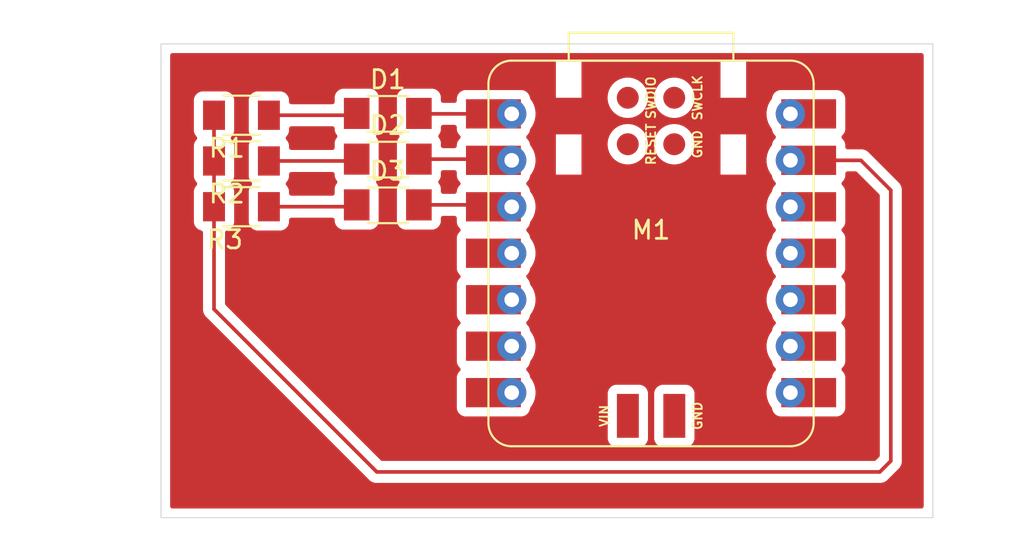
<source format=kicad_pcb>
(kicad_pcb (version 20241229) (generator "pcbnew") (generator_version "9.0")
  (layers (0 "F.Cu" signal) (2 "B.Cu" signal) (13 "F.Paste" user) (15 "B.Paste" user) (5 "F.SilkS" user "F.Silkscreen") (7 "B.SilkS" user "B.Silkscreen") (1 "F.Mask" user) (3 "B.Mask" user) (25 "Edge.Cuts" user))
  (net 0 "")
  (net 1 "Net-(D1-K)")
  (net 2 "Net-(D1-A)")
  (net 3 "Net-(D2-A)")
  (net 4 "Net-(D2-K)")
  (net 5 "Net-(D3-K)")
  (net 6 "Net-(D3-A)")
  (net 19 "GND")
  (net 21 "PWR_5V")
  (footprint "Fab Academy 2025:C_1206" (layer "F.Cu") (at 125.5 77.5 180)
    (property "Reference" "R3" (at 0.9 -1.8 180) (layer "F.SilkS"))
    (property "Value" "R_0603")
    (fp_line (start 1 1.07) (end -1 1.07) (stroke (width 0.12)) (layer "F.SilkS"))
    (fp_line (start -1 -1.07) (end 1 -1.07) (stroke (width 0.12)) (layer "F.SilkS"))
    (pad "1" smd rect (at -1.5 0 180) (size 1.2 1.6) (layers "F.Cu" "F.Mask" "F.Paste") (net 5 "Net-(D3-K)"))
    (pad "2" smd rect (at 1.5 0 180) (size 1.2 1.6) (layers "F.Cu" "F.Mask" "F.Paste") (net 19 "GND"))
  )
  (footprint "Fab Academy 2025:SeeedStudio_XIAO_RP2040" (layer "F.Cu") (at 147.89 80.045)
    (property "Reference" "M1" (at 0 -1.27 0) (layer "F.SilkS"))
    (property "Value" "Module_XIAO-RP2040")
    (fp_line (start -8.8875 9.281) (end -8.8875 -9.261) (stroke (width 0.12)) (layer "F.SilkS"))
    (fp_line (start -7.6175 -10.531) (end 7.6225 -10.531) (stroke (width 0.12)) (layer "F.SilkS"))
    (fp_line (start 7.6225 10.551) (end -7.6175 10.551) (stroke (width 0.12)) (layer "F.SilkS"))
    (fp_line (start 8.8925 -9.261) (end 8.8925 9.281) (stroke (width 0.12)) (layer "F.SilkS"))
    (fp_rect (start -4.4975 -10.531) (end 4.5025 -12.055) (stroke (width 0.12)) (fill no) (layer "F.SilkS"))
    (fp_arc (start -8.8875 -9.261) (mid -8.515526 -10.159026) (end -7.6175 -10.531) (stroke (width 0.12)) (layer "F.SilkS"))
    (fp_arc (start -7.6175 10.551) (mid -8.515526 10.179026) (end -8.8875 9.281) (stroke (width 0.12)) (layer "F.SilkS"))
    (fp_arc (start 7.6225 -10.531) (mid 8.520526 -10.159026) (end 8.8925 -9.261) (stroke (width 0.12)) (layer "F.SilkS"))
    (fp_arc (start 8.8925 9.281) (mid 8.520526 10.179026) (end 7.6225 10.551) (stroke (width 0.12)) (layer "F.SilkS"))
    (fp_text user "SWCLK" (at 2.54 -8.5 90) (layer "F.SilkS") (effects (font (size 0.5 0.5) (thickness 0.1) (bold yes))))
    (fp_text user "GND" (at 2.54 -5.96 90) (layer "F.SilkS") (effects (font (size 0.5 0.5) (thickness 0.1) (bold yes))))
    (fp_text user "RESET" (at 0 -5.96 90) (layer "F.SilkS") (effects (font (size 0.5 0.5) (thickness 0.1) (bold yes))))
    (fp_text user "GND" (at 2.545 8.89 90) (layer "F.SilkS") (effects (font (size 0.5 0.5) (thickness 0.1) (bold yes))))
    (fp_text user "VIN" (at -2.535 8.89 90) (layer "F.SilkS") (effects (font (size 0.5 0.5) (thickness 0.1) (bold yes))))
    (fp_text user "SWDIO" (at 0 -8.5 90) (layer "F.SilkS") (effects (font (size 0.5 0.5) (thickness 0.1) (bold yes))))
    (pad "1" thru_hole circle (at -7.615 -7.62) (size 1.6 1.6) (drill 0.8) (layers "*.Cu" "*.Mask") (net 2 "Net-(D1-A)"))
    (pad "1" smd rect (at -7.615 -7.62) (size 3 1.6) (drill (offset -1 0)) (layers "F.Cu" "F.Mask" "F.Paste") (net 2 "Net-(D1-A)"))
    (pad "2" thru_hole circle (at -7.615 -5.08) (size 1.6 1.6) (drill 0.8) (layers "*.Cu" "*.Mask") (net 3 "Net-(D2-A)"))
    (pad "2" smd rect (at -7.615 -5.08) (size 3 1.6) (drill (offset -1 0)) (layers "F.Cu" "F.Mask" "F.Paste") (net 3 "Net-(D2-A)"))
    (pad "3" thru_hole circle (at -7.615 -2.54) (size 1.6 1.6) (drill 0.8) (layers "*.Cu" "*.Mask") (net 6 "Net-(D3-A)"))
    (pad "3" smd rect (at -7.615 -2.54) (size 3 1.6) (drill (offset -1 0)) (layers "F.Cu" "F.Mask" "F.Paste") (net 6 "Net-(D3-A)"))
    (pad "4" thru_hole circle (at -7.615 0) (size 1.6 1.6) (drill 0.8) (layers "*.Cu" "*.Mask"))
    (pad "4" smd rect (at -7.615 0) (size 3 1.6) (drill (offset -1 0)) (layers "F.Cu" "F.Mask" "F.Paste"))
    (pad "5" thru_hole circle (at -7.615 2.54) (size 1.6 1.6) (drill 0.8) (layers "*.Cu" "*.Mask"))
    (pad "5" smd rect (at -7.615 2.54) (size 3 1.6) (drill (offset -1 0)) (layers "F.Cu" "F.Mask" "F.Paste"))
    (pad "6" thru_hole circle (at -7.615 5.08) (size 1.6 1.6) (drill 0.8) (layers "*.Cu" "*.Mask"))
    (pad "6" smd rect (at -7.615 5.08) (size 3 1.6) (drill (offset -1 0)) (layers "F.Cu" "F.Mask" "F.Paste"))
    (pad "7" thru_hole circle (at -7.615 7.62) (size 1.6 1.6) (drill 0.8) (layers "*.Cu" "*.Mask"))
    (pad "7" smd rect (at -7.615 7.62) (size 3 1.6) (drill (offset -1 0)) (layers "F.Cu" "F.Mask" "F.Paste"))
    (pad "8" thru_hole circle (at 7.62 7.62) (size 1.6 1.6) (drill 0.8) (layers "*.Cu" "*.Mask"))
    (pad "8" smd rect (at 7.62 7.62) (size 3 1.6) (drill (offset 1 0)) (layers "F.Cu" "F.Mask" "F.Paste"))
    (pad "9" thru_hole circle (at 7.62 5.08) (size 1.6 1.6) (drill 0.8) (layers "*.Cu" "*.Mask"))
    (pad "9" smd rect (at 7.62 5.08) (size 3 1.6) (drill (offset 1 0)) (layers "F.Cu" "F.Mask" "F.Paste"))
    (pad "10" thru_hole circle (at 7.62 2.54) (size 1.6 1.6) (drill 0.8) (layers "*.Cu" "*.Mask"))
    (pad "10" smd rect (at 7.62 2.54) (size 3 1.6) (drill (offset 1 0)) (layers "F.Cu" "F.Mask" "F.Paste"))
    (pad "11" thru_hole circle (at 7.62 0) (size 1.6 1.6) (drill 0.8) (layers "*.Cu" "*.Mask"))
    (pad "11" smd rect (at 7.62 0) (size 3 1.6) (drill (offset 1 0)) (layers "F.Cu" "F.Mask" "F.Paste"))
    (pad "12" thru_hole circle (at 7.62 -2.54) (size 1.6 1.6) (drill 0.8) (layers "*.Cu" "*.Mask"))
    (pad "12" smd rect (at 7.62 -2.54) (size 3 1.6) (drill (offset 1 0)) (layers "F.Cu" "F.Mask" "F.Paste"))
    (pad "13" thru_hole circle (at 7.62 -5.08) (size 1.6 1.6) (drill 0.8) (layers "*.Cu" "*.Mask") (net 19 "GND"))
    (pad "13" smd rect (at 7.62 -5.08) (size 3 1.6) (drill (offset 1 0)) (layers "F.Cu" "F.Mask" "F.Paste") (net 19 "GND"))
    (pad "14" thru_hole circle (at 7.62 -7.62) (size 1.6 1.6) (drill 0.8) (layers "*.Cu" "*.Mask"))
    (pad "14" smd rect (at 7.62 -7.62) (size 3 1.6) (drill (offset 1 0)) (layers "F.Cu" "F.Mask" "F.Paste"))
    (pad "15" smd rect (at 1.275 8.89 270) (size 2.4 1.2) (layers "F.Cu" "F.Mask" "F.Paste"))
    (pad "16" smd rect (at -1.265 8.89 270) (size 2.4 1.2) (layers "F.Cu" "F.Mask" "F.Paste") (net 21 "PWR_5V"))
    (pad "17" smd circle (at -1.27 -8.5) (size 1.2 1.2) (layers "F.Cu" "F.Mask" "F.Paste"))
    (pad "18" smd circle (at -1.27 -5.96) (size 1.2 1.2) (layers "F.Cu" "F.Mask" "F.Paste"))
    (pad "19" smd circle (at 1.27 -5.96) (size 1.2 1.2) (layers "F.Cu" "F.Mask" "F.Paste"))
    (pad "20" smd circle (at 1.27 -8.5) (size 1.2 1.2) (layers "F.Cu" "F.Mask" "F.Paste"))
    (zone (net 0) (net_name "") (layers "F.Cu" "F.Mask" "F.Paste" "User.1") (name "USB_MECHA") (connect_pads (clearance 0)) (min_thickness 0.25)
      (keepout (tracks not_allowed) (vias not_allowed) (pads not_allowed) (copperpour not_allowed) (footprints not_allowed))
      (fill (thermal_gap 0.5) (thermal_bridge_width 0.5))
      (polygon (pts (xy 142.69 69.495) (xy 144.09 69.495) (xy 144.09 71.545) (xy 142.69 71.545)))
    )
    (zone (net 0) (net_name "") (layers "F.Cu" "F.Mask" "F.Paste" "User.1") (name "USB_MECHA") (connect_pads (clearance 0)) (min_thickness 0.25)
      (keepout (tracks not_allowed) (vias not_allowed) (pads not_allowed) (copperpour not_allowed) (footprints not_allowed))
      (fill (thermal_gap 0.5) (thermal_bridge_width 0.5))
      (polygon (pts (xy 142.69 73.545) (xy 144.09 73.545) (xy 144.09 75.745) (xy 142.69 75.745)))
    )
    (zone (net 0) (net_name "") (layers "F.Cu" "F.Mask" "F.Paste" "User.1") (name "USB_MECHA") (connect_pads (clearance 0)) (min_thickness 0.25)
      (keepout (tracks not_allowed) (vias not_allowed) (pads not_allowed) (copperpour not_allowed) (footprints not_allowed))
      (fill (thermal_gap 0.5) (thermal_bridge_width 0.5))
      (polygon (pts (xy 151.69 69.495) (xy 153.09 69.495) (xy 153.09 71.545) (xy 151.69 71.545)))
    )
    (zone (net 0) (net_name "") (layers "F.Cu" "F.Mask" "F.Paste" "User.1") (name "USB_MECHA") (connect_pads (clearance 0)) (min_thickness 0.25)
      (keepout (tracks not_allowed) (vias not_allowed) (pads not_allowed) (copperpour not_allowed) (footprints not_allowed))
      (fill (thermal_gap 0.5) (thermal_bridge_width 0.5))
      (polygon (pts (xy 151.69 73.545) (xy 153.09 73.545) (xy 153.09 75.745) (xy 151.69 75.745)))
    )
  )
  (footprint "Fab Academy 2025:C_1206" (layer "F.Cu") (at 125.5 72.5 180)
    (property "Reference" "R1" (at 0.8 -1.8 180) (layer "F.SilkS"))
    (property "Value" "R_0603")
    (fp_line (start 1 1.07) (end -1 1.07) (stroke (width 0.12)) (layer "F.SilkS"))
    (fp_line (start -1 -1.07) (end 1 -1.07) (stroke (width 0.12)) (layer "F.SilkS"))
    (pad "1" smd rect (at -1.5 0 180) (size 1.2 1.6) (layers "F.Cu" "F.Mask" "F.Paste") (net 1 "Net-(D1-K)"))
    (pad "2" smd rect (at 1.5 0 180) (size 1.2 1.6) (layers "F.Cu" "F.Mask" "F.Paste") (net 19 "GND"))
  )
  (footprint "Fab Academy 2025:LED_1206" (layer "F.Cu") (at 133.5 72.4)
    (property "Reference" "D1" (at 0 -1.85 0) (layer "F.SilkS"))
    (property "Value" "LED_0603")
    (fp_line (start -1.1 -0.95) (end 1.1 -0.95) (stroke (width 0.12)) (layer "F.SilkS"))
    (fp_line (start -1.1 1) (end 1.1 1) (stroke (width 0.12)) (layer "F.SilkS"))
    (pad "1" smd rect (at -1.7 0) (size 1.4 1.7) (layers "F.Cu" "F.Mask" "F.Paste") (net 1 "Net-(D1-K)"))
    (pad "2" smd rect (at 1.7 0) (size 1.4 1.7) (layers "F.Cu" "F.Mask" "F.Paste") (net 2 "Net-(D1-A)"))
  )
  (footprint "Fab Academy 2025:LED_1206" (layer "F.Cu") (at 133.5 77.4)
    (property "Reference" "D3" (at 0 -1.85 0) (layer "F.SilkS"))
    (property "Value" "LED_0603")
    (fp_line (start -1.1 -0.95) (end 1.1 -0.95) (stroke (width 0.12)) (layer "F.SilkS"))
    (fp_line (start -1.1 1) (end 1.1 1) (stroke (width 0.12)) (layer "F.SilkS"))
    (pad "1" smd rect (at -1.7 0) (size 1.4 1.7) (layers "F.Cu" "F.Mask" "F.Paste") (net 5 "Net-(D3-K)"))
    (pad "2" smd rect (at 1.7 0) (size 1.4 1.7) (layers "F.Cu" "F.Mask" "F.Paste") (net 6 "Net-(D3-A)"))
  )
  (footprint "Fab Academy 2025:LED_1206" (layer "F.Cu") (at 133.5 74.9)
    (property "Reference" "D2" (at 0 -1.85 0) (layer "F.SilkS"))
    (property "Value" "LED_0603")
    (fp_line (start -1.1 -0.95) (end 1.1 -0.95) (stroke (width 0.12)) (layer "F.SilkS"))
    (fp_line (start -1.1 1) (end 1.1 1) (stroke (width 0.12)) (layer "F.SilkS"))
    (pad "1" smd rect (at -1.7 0) (size 1.4 1.7) (layers "F.Cu" "F.Mask" "F.Paste") (net 4 "Net-(D2-K)"))
    (pad "2" smd rect (at 1.7 0) (size 1.4 1.7) (layers "F.Cu" "F.Mask" "F.Paste") (net 3 "Net-(D2-A)"))
  )
  (footprint "Fab Academy 2025:C_1206" (layer "F.Cu") (at 125.5 75 180)
    (property "Reference" "R2" (at 0.8 -1.8 180) (layer "F.SilkS"))
    (property "Value" "R_0603")
    (fp_line (start 1 1.07) (end -1 1.07) (stroke (width 0.12)) (layer "F.SilkS"))
    (fp_line (start -1 -1.07) (end 1 -1.07) (stroke (width 0.12)) (layer "F.SilkS"))
    (pad "1" smd rect (at -1.5 0 180) (size 1.2 1.6) (layers "F.Cu" "F.Mask" "F.Paste") (net 4 "Net-(D2-K)"))
    (pad "2" smd rect (at 1.5 0 180) (size 1.2 1.6) (layers "F.Cu" "F.Mask" "F.Paste") (net 19 "GND"))
  )
  (gr_rect (start 121.1 68.6) (end 163.3 94.5) (stroke (width 0.05)) (fill no) (layer "Edge.Cuts"))
  (segment (start 131.7 72.5) (end 131.8 72.4) (width 0.2) (layer "F.Cu") (net 1))
  (segment (start 127 72.5) (end 131.7 72.5) (width 0.2) (layer "F.Cu") (net 1))
  (segment (start 140.275 72.425) (end 135.225 72.425) (width 0.2) (layer "F.Cu") (net 2))
  (segment (start 135.225 72.425) (end 135.2 72.4) (width 0.2) (layer "F.Cu") (net 2))
  (segment (start 140.275 74.965) (end 139.535 74.965) (width 0.2) (layer "F.Cu") (net 3))
  (segment (start 135.2 74.9) (end 140.21 74.9) (width 0.2) (layer "F.Cu") (net 3))
  (segment (start 139.535 74.965) (end 139.5 75) (width 0.2) (layer "F.Cu") (net 3))
  (segment (start 140.21 74.9) (end 140.275 74.965) (width 0.2) (layer "F.Cu") (net 3))
  (segment (start 127 75) (end 131.7 75) (width 0.2) (layer "F.Cu") (net 4))
  (segment (start 131.7 75) (end 131.8 74.9) (width 0.2) (layer "F.Cu") (net 4))
  (segment (start 131.7 77.5) (end 131.8 77.4) (width 0.2) (layer "F.Cu") (net 5))
  (segment (start 127 77.5) (end 131.7 77.5) (width 0.2) (layer "F.Cu") (net 5))
  (segment (start 135.2 77.4) (end 140.17 77.4) (width 0.2) (layer "F.Cu") (net 6))
  (segment (start 140.17 77.4) (end 140.275 77.505) (width 0.2) (layer "F.Cu") (net 6))
  (segment (start 140.275 77.505) (end 139.495 77.505) (width 0.2) (layer "F.Cu") (net 6))
  (segment (start 139.495 77.505) (end 139.49 77.5) (width 0.2) (layer "F.Cu") (net 6))
  (segment (start 161 91.4) (end 160.4 92) (width 0.2) (layer "F.Cu") (net 19))
  (segment (start 124 83.1) (end 124 77.5) (width 0.2) (layer "F.Cu") (net 19))
  (segment (start 124 72.5) (end 124 75) (width 0.2) (layer "F.Cu") (net 19))
  (segment (start 132.9 92) (end 124 83.1) (width 0.2) (layer "F.Cu") (net 19))
  (segment (start 159.365 74.965) (end 161 76.6) (width 0.2) (layer "F.Cu") (net 19))
  (segment (start 161 76.6) (end 161 91.4) (width 0.2) (layer "F.Cu") (net 19))
  (segment (start 160.4 92) (end 132.9 92) (width 0.2) (layer "F.Cu") (net 19))
  (segment (start 155.51 74.965) (end 159.365 74.965) (width 0.2) (layer "F.Cu") (net 19))
  (segment (start 124 75) (end 124 77.5) (width 0.2) (layer "F.Cu") (net 19))
  (zone (net 0) (net_name "") (layer "F.Cu") (connect_pads (clearance 0.5)) (min_thickness 0.25) (fill yes (thermal_gap 0.5) (thermal_bridge_width 0.5) (island_removal_mode 1) (island_area_min 10))
    (polygon (pts (xy 168.2 66.4) (xy 167.7 96.3) (xy 112.9 96.5) (xy 112.3 66.2) (xy 168.3 66.5)))
  )
)
</source>
